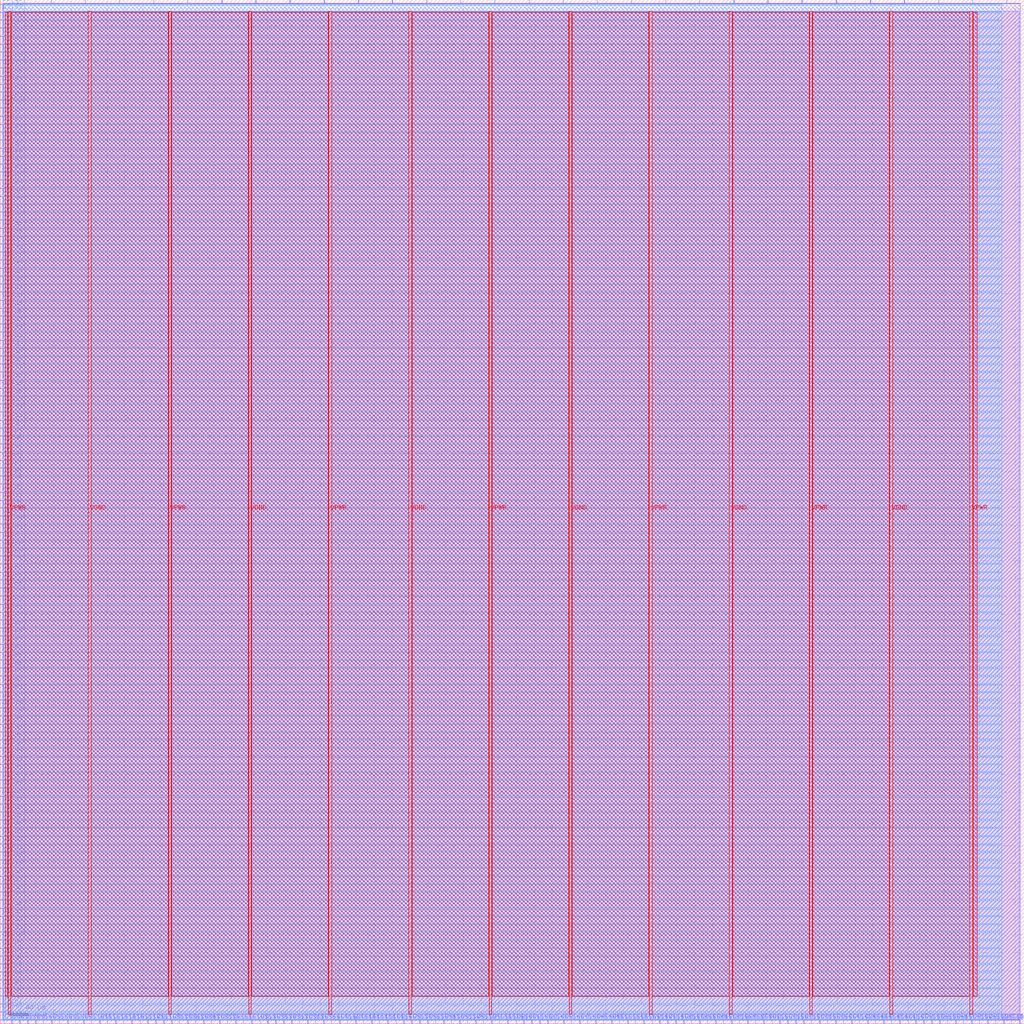
<source format=lef>
VERSION 5.7 ;
  NOWIREEXTENSIONATPIN ON ;
  DIVIDERCHAR "/" ;
  BUSBITCHARS "[]" ;
MACRO Microwatt_FP_DFFRFile
  CLASS BLOCK ;
  FOREIGN Microwatt_FP_DFFRFile ;
  ORIGIN 0.000 0.000 ;
  SIZE 1150.000 BY 1150.000 ;
  PIN CLK
    DIRECTION INPUT ;
    USE SIGNAL ;
    PORT
      LAYER met2 ;
        RECT 18.950 1146.000 19.230 1150.000 ;
    END
  END CLK
  PIN D1[0]
    DIRECTION OUTPUT TRISTATE ;
    USE SIGNAL ;
    PORT
      LAYER met3 ;
        RECT 0.000 4.120 4.000 4.720 ;
    END
  END D1[0]
  PIN D1[10]
    DIRECTION OUTPUT TRISTATE ;
    USE SIGNAL ;
    PORT
      LAYER met3 ;
        RECT 0.000 93.880 4.000 94.480 ;
    END
  END D1[10]
  PIN D1[11]
    DIRECTION OUTPUT TRISTATE ;
    USE SIGNAL ;
    PORT
      LAYER met3 ;
        RECT 0.000 102.720 4.000 103.320 ;
    END
  END D1[11]
  PIN D1[12]
    DIRECTION OUTPUT TRISTATE ;
    USE SIGNAL ;
    PORT
      LAYER met3 ;
        RECT 0.000 111.560 4.000 112.160 ;
    END
  END D1[12]
  PIN D1[13]
    DIRECTION OUTPUT TRISTATE ;
    USE SIGNAL ;
    PORT
      LAYER met3 ;
        RECT 0.000 120.400 4.000 121.000 ;
    END
  END D1[13]
  PIN D1[14]
    DIRECTION OUTPUT TRISTATE ;
    USE SIGNAL ;
    PORT
      LAYER met3 ;
        RECT 0.000 129.240 4.000 129.840 ;
    END
  END D1[14]
  PIN D1[15]
    DIRECTION OUTPUT TRISTATE ;
    USE SIGNAL ;
    PORT
      LAYER met3 ;
        RECT 0.000 138.760 4.000 139.360 ;
    END
  END D1[15]
  PIN D1[16]
    DIRECTION OUTPUT TRISTATE ;
    USE SIGNAL ;
    PORT
      LAYER met3 ;
        RECT 0.000 147.600 4.000 148.200 ;
    END
  END D1[16]
  PIN D1[17]
    DIRECTION OUTPUT TRISTATE ;
    USE SIGNAL ;
    PORT
      LAYER met3 ;
        RECT 0.000 156.440 4.000 157.040 ;
    END
  END D1[17]
  PIN D1[18]
    DIRECTION OUTPUT TRISTATE ;
    USE SIGNAL ;
    PORT
      LAYER met3 ;
        RECT 0.000 165.280 4.000 165.880 ;
    END
  END D1[18]
  PIN D1[19]
    DIRECTION OUTPUT TRISTATE ;
    USE SIGNAL ;
    PORT
      LAYER met3 ;
        RECT 0.000 174.800 4.000 175.400 ;
    END
  END D1[19]
  PIN D1[1]
    DIRECTION OUTPUT TRISTATE ;
    USE SIGNAL ;
    PORT
      LAYER met3 ;
        RECT 0.000 12.960 4.000 13.560 ;
    END
  END D1[1]
  PIN D1[20]
    DIRECTION OUTPUT TRISTATE ;
    USE SIGNAL ;
    PORT
      LAYER met3 ;
        RECT 0.000 183.640 4.000 184.240 ;
    END
  END D1[20]
  PIN D1[21]
    DIRECTION OUTPUT TRISTATE ;
    USE SIGNAL ;
    PORT
      LAYER met3 ;
        RECT 0.000 192.480 4.000 193.080 ;
    END
  END D1[21]
  PIN D1[22]
    DIRECTION OUTPUT TRISTATE ;
    USE SIGNAL ;
    PORT
      LAYER met3 ;
        RECT 0.000 201.320 4.000 201.920 ;
    END
  END D1[22]
  PIN D1[23]
    DIRECTION OUTPUT TRISTATE ;
    USE SIGNAL ;
    PORT
      LAYER met3 ;
        RECT 0.000 210.160 4.000 210.760 ;
    END
  END D1[23]
  PIN D1[24]
    DIRECTION OUTPUT TRISTATE ;
    USE SIGNAL ;
    PORT
      LAYER met3 ;
        RECT 0.000 219.680 4.000 220.280 ;
    END
  END D1[24]
  PIN D1[25]
    DIRECTION OUTPUT TRISTATE ;
    USE SIGNAL ;
    PORT
      LAYER met3 ;
        RECT 0.000 228.520 4.000 229.120 ;
    END
  END D1[25]
  PIN D1[26]
    DIRECTION OUTPUT TRISTATE ;
    USE SIGNAL ;
    PORT
      LAYER met3 ;
        RECT 0.000 237.360 4.000 237.960 ;
    END
  END D1[26]
  PIN D1[27]
    DIRECTION OUTPUT TRISTATE ;
    USE SIGNAL ;
    PORT
      LAYER met3 ;
        RECT 0.000 246.200 4.000 246.800 ;
    END
  END D1[27]
  PIN D1[28]
    DIRECTION OUTPUT TRISTATE ;
    USE SIGNAL ;
    PORT
      LAYER met3 ;
        RECT 0.000 255.040 4.000 255.640 ;
    END
  END D1[28]
  PIN D1[29]
    DIRECTION OUTPUT TRISTATE ;
    USE SIGNAL ;
    PORT
      LAYER met3 ;
        RECT 0.000 264.560 4.000 265.160 ;
    END
  END D1[29]
  PIN D1[2]
    DIRECTION OUTPUT TRISTATE ;
    USE SIGNAL ;
    PORT
      LAYER met3 ;
        RECT 0.000 21.800 4.000 22.400 ;
    END
  END D1[2]
  PIN D1[30]
    DIRECTION OUTPUT TRISTATE ;
    USE SIGNAL ;
    PORT
      LAYER met3 ;
        RECT 0.000 273.400 4.000 274.000 ;
    END
  END D1[30]
  PIN D1[31]
    DIRECTION OUTPUT TRISTATE ;
    USE SIGNAL ;
    PORT
      LAYER met3 ;
        RECT 0.000 282.240 4.000 282.840 ;
    END
  END D1[31]
  PIN D1[32]
    DIRECTION OUTPUT TRISTATE ;
    USE SIGNAL ;
    PORT
      LAYER met3 ;
        RECT 0.000 291.080 4.000 291.680 ;
    END
  END D1[32]
  PIN D1[33]
    DIRECTION OUTPUT TRISTATE ;
    USE SIGNAL ;
    PORT
      LAYER met3 ;
        RECT 0.000 299.920 4.000 300.520 ;
    END
  END D1[33]
  PIN D1[34]
    DIRECTION OUTPUT TRISTATE ;
    USE SIGNAL ;
    PORT
      LAYER met3 ;
        RECT 0.000 309.440 4.000 310.040 ;
    END
  END D1[34]
  PIN D1[35]
    DIRECTION OUTPUT TRISTATE ;
    USE SIGNAL ;
    PORT
      LAYER met3 ;
        RECT 0.000 318.280 4.000 318.880 ;
    END
  END D1[35]
  PIN D1[36]
    DIRECTION OUTPUT TRISTATE ;
    USE SIGNAL ;
    PORT
      LAYER met3 ;
        RECT 0.000 327.120 4.000 327.720 ;
    END
  END D1[36]
  PIN D1[37]
    DIRECTION OUTPUT TRISTATE ;
    USE SIGNAL ;
    PORT
      LAYER met3 ;
        RECT 0.000 335.960 4.000 336.560 ;
    END
  END D1[37]
  PIN D1[38]
    DIRECTION OUTPUT TRISTATE ;
    USE SIGNAL ;
    PORT
      LAYER met3 ;
        RECT 0.000 345.480 4.000 346.080 ;
    END
  END D1[38]
  PIN D1[39]
    DIRECTION OUTPUT TRISTATE ;
    USE SIGNAL ;
    PORT
      LAYER met3 ;
        RECT 0.000 354.320 4.000 354.920 ;
    END
  END D1[39]
  PIN D1[3]
    DIRECTION OUTPUT TRISTATE ;
    USE SIGNAL ;
    PORT
      LAYER met3 ;
        RECT 0.000 30.640 4.000 31.240 ;
    END
  END D1[3]
  PIN D1[40]
    DIRECTION OUTPUT TRISTATE ;
    USE SIGNAL ;
    PORT
      LAYER met3 ;
        RECT 0.000 363.160 4.000 363.760 ;
    END
  END D1[40]
  PIN D1[41]
    DIRECTION OUTPUT TRISTATE ;
    USE SIGNAL ;
    PORT
      LAYER met3 ;
        RECT 0.000 372.000 4.000 372.600 ;
    END
  END D1[41]
  PIN D1[42]
    DIRECTION OUTPUT TRISTATE ;
    USE SIGNAL ;
    PORT
      LAYER met3 ;
        RECT 0.000 380.840 4.000 381.440 ;
    END
  END D1[42]
  PIN D1[43]
    DIRECTION OUTPUT TRISTATE ;
    USE SIGNAL ;
    PORT
      LAYER met3 ;
        RECT 0.000 390.360 4.000 390.960 ;
    END
  END D1[43]
  PIN D1[44]
    DIRECTION OUTPUT TRISTATE ;
    USE SIGNAL ;
    PORT
      LAYER met3 ;
        RECT 0.000 399.200 4.000 399.800 ;
    END
  END D1[44]
  PIN D1[45]
    DIRECTION OUTPUT TRISTATE ;
    USE SIGNAL ;
    PORT
      LAYER met3 ;
        RECT 0.000 408.040 4.000 408.640 ;
    END
  END D1[45]
  PIN D1[46]
    DIRECTION OUTPUT TRISTATE ;
    USE SIGNAL ;
    PORT
      LAYER met3 ;
        RECT 0.000 416.880 4.000 417.480 ;
    END
  END D1[46]
  PIN D1[47]
    DIRECTION OUTPUT TRISTATE ;
    USE SIGNAL ;
    PORT
      LAYER met3 ;
        RECT 0.000 425.720 4.000 426.320 ;
    END
  END D1[47]
  PIN D1[48]
    DIRECTION OUTPUT TRISTATE ;
    USE SIGNAL ;
    PORT
      LAYER met3 ;
        RECT 0.000 435.240 4.000 435.840 ;
    END
  END D1[48]
  PIN D1[49]
    DIRECTION OUTPUT TRISTATE ;
    USE SIGNAL ;
    PORT
      LAYER met3 ;
        RECT 0.000 444.080 4.000 444.680 ;
    END
  END D1[49]
  PIN D1[4]
    DIRECTION OUTPUT TRISTATE ;
    USE SIGNAL ;
    PORT
      LAYER met3 ;
        RECT 0.000 39.480 4.000 40.080 ;
    END
  END D1[4]
  PIN D1[50]
    DIRECTION OUTPUT TRISTATE ;
    USE SIGNAL ;
    PORT
      LAYER met3 ;
        RECT 0.000 452.920 4.000 453.520 ;
    END
  END D1[50]
  PIN D1[51]
    DIRECTION OUTPUT TRISTATE ;
    USE SIGNAL ;
    PORT
      LAYER met3 ;
        RECT 0.000 461.760 4.000 462.360 ;
    END
  END D1[51]
  PIN D1[52]
    DIRECTION OUTPUT TRISTATE ;
    USE SIGNAL ;
    PORT
      LAYER met3 ;
        RECT 0.000 470.600 4.000 471.200 ;
    END
  END D1[52]
  PIN D1[53]
    DIRECTION OUTPUT TRISTATE ;
    USE SIGNAL ;
    PORT
      LAYER met3 ;
        RECT 0.000 480.120 4.000 480.720 ;
    END
  END D1[53]
  PIN D1[54]
    DIRECTION OUTPUT TRISTATE ;
    USE SIGNAL ;
    PORT
      LAYER met3 ;
        RECT 0.000 488.960 4.000 489.560 ;
    END
  END D1[54]
  PIN D1[55]
    DIRECTION OUTPUT TRISTATE ;
    USE SIGNAL ;
    PORT
      LAYER met3 ;
        RECT 0.000 497.800 4.000 498.400 ;
    END
  END D1[55]
  PIN D1[56]
    DIRECTION OUTPUT TRISTATE ;
    USE SIGNAL ;
    PORT
      LAYER met3 ;
        RECT 0.000 506.640 4.000 507.240 ;
    END
  END D1[56]
  PIN D1[57]
    DIRECTION OUTPUT TRISTATE ;
    USE SIGNAL ;
    PORT
      LAYER met3 ;
        RECT 0.000 516.160 4.000 516.760 ;
    END
  END D1[57]
  PIN D1[58]
    DIRECTION OUTPUT TRISTATE ;
    USE SIGNAL ;
    PORT
      LAYER met3 ;
        RECT 0.000 525.000 4.000 525.600 ;
    END
  END D1[58]
  PIN D1[59]
    DIRECTION OUTPUT TRISTATE ;
    USE SIGNAL ;
    PORT
      LAYER met3 ;
        RECT 0.000 533.840 4.000 534.440 ;
    END
  END D1[59]
  PIN D1[5]
    DIRECTION OUTPUT TRISTATE ;
    USE SIGNAL ;
    PORT
      LAYER met3 ;
        RECT 0.000 49.000 4.000 49.600 ;
    END
  END D1[5]
  PIN D1[60]
    DIRECTION OUTPUT TRISTATE ;
    USE SIGNAL ;
    PORT
      LAYER met3 ;
        RECT 0.000 542.680 4.000 543.280 ;
    END
  END D1[60]
  PIN D1[61]
    DIRECTION OUTPUT TRISTATE ;
    USE SIGNAL ;
    PORT
      LAYER met3 ;
        RECT 0.000 551.520 4.000 552.120 ;
    END
  END D1[61]
  PIN D1[62]
    DIRECTION OUTPUT TRISTATE ;
    USE SIGNAL ;
    PORT
      LAYER met3 ;
        RECT 0.000 561.040 4.000 561.640 ;
    END
  END D1[62]
  PIN D1[63]
    DIRECTION OUTPUT TRISTATE ;
    USE SIGNAL ;
    PORT
      LAYER met3 ;
        RECT 0.000 569.880 4.000 570.480 ;
    END
  END D1[63]
  PIN D1[6]
    DIRECTION OUTPUT TRISTATE ;
    USE SIGNAL ;
    PORT
      LAYER met3 ;
        RECT 0.000 57.840 4.000 58.440 ;
    END
  END D1[6]
  PIN D1[7]
    DIRECTION OUTPUT TRISTATE ;
    USE SIGNAL ;
    PORT
      LAYER met3 ;
        RECT 0.000 66.680 4.000 67.280 ;
    END
  END D1[7]
  PIN D1[8]
    DIRECTION OUTPUT TRISTATE ;
    USE SIGNAL ;
    PORT
      LAYER met3 ;
        RECT 0.000 75.520 4.000 76.120 ;
    END
  END D1[8]
  PIN D1[9]
    DIRECTION OUTPUT TRISTATE ;
    USE SIGNAL ;
    PORT
      LAYER met3 ;
        RECT 0.000 84.360 4.000 84.960 ;
    END
  END D1[9]
  PIN D2[0]
    DIRECTION OUTPUT TRISTATE ;
    USE SIGNAL ;
    PORT
      LAYER met3 ;
        RECT 0.000 578.720 4.000 579.320 ;
    END
  END D2[0]
  PIN D2[10]
    DIRECTION OUTPUT TRISTATE ;
    USE SIGNAL ;
    PORT
      LAYER met3 ;
        RECT 0.000 668.480 4.000 669.080 ;
    END
  END D2[10]
  PIN D2[11]
    DIRECTION OUTPUT TRISTATE ;
    USE SIGNAL ;
    PORT
      LAYER met3 ;
        RECT 0.000 677.320 4.000 677.920 ;
    END
  END D2[11]
  PIN D2[12]
    DIRECTION OUTPUT TRISTATE ;
    USE SIGNAL ;
    PORT
      LAYER met3 ;
        RECT 0.000 686.840 4.000 687.440 ;
    END
  END D2[12]
  PIN D2[13]
    DIRECTION OUTPUT TRISTATE ;
    USE SIGNAL ;
    PORT
      LAYER met3 ;
        RECT 0.000 695.680 4.000 696.280 ;
    END
  END D2[13]
  PIN D2[14]
    DIRECTION OUTPUT TRISTATE ;
    USE SIGNAL ;
    PORT
      LAYER met3 ;
        RECT 0.000 704.520 4.000 705.120 ;
    END
  END D2[14]
  PIN D2[15]
    DIRECTION OUTPUT TRISTATE ;
    USE SIGNAL ;
    PORT
      LAYER met3 ;
        RECT 0.000 713.360 4.000 713.960 ;
    END
  END D2[15]
  PIN D2[16]
    DIRECTION OUTPUT TRISTATE ;
    USE SIGNAL ;
    PORT
      LAYER met3 ;
        RECT 0.000 722.200 4.000 722.800 ;
    END
  END D2[16]
  PIN D2[17]
    DIRECTION OUTPUT TRISTATE ;
    USE SIGNAL ;
    PORT
      LAYER met3 ;
        RECT 0.000 731.720 4.000 732.320 ;
    END
  END D2[17]
  PIN D2[18]
    DIRECTION OUTPUT TRISTATE ;
    USE SIGNAL ;
    PORT
      LAYER met3 ;
        RECT 0.000 740.560 4.000 741.160 ;
    END
  END D2[18]
  PIN D2[19]
    DIRECTION OUTPUT TRISTATE ;
    USE SIGNAL ;
    PORT
      LAYER met3 ;
        RECT 0.000 749.400 4.000 750.000 ;
    END
  END D2[19]
  PIN D2[1]
    DIRECTION OUTPUT TRISTATE ;
    USE SIGNAL ;
    PORT
      LAYER met3 ;
        RECT 0.000 587.560 4.000 588.160 ;
    END
  END D2[1]
  PIN D2[20]
    DIRECTION OUTPUT TRISTATE ;
    USE SIGNAL ;
    PORT
      LAYER met3 ;
        RECT 0.000 758.240 4.000 758.840 ;
    END
  END D2[20]
  PIN D2[21]
    DIRECTION OUTPUT TRISTATE ;
    USE SIGNAL ;
    PORT
      LAYER met3 ;
        RECT 0.000 767.080 4.000 767.680 ;
    END
  END D2[21]
  PIN D2[22]
    DIRECTION OUTPUT TRISTATE ;
    USE SIGNAL ;
    PORT
      LAYER met3 ;
        RECT 0.000 776.600 4.000 777.200 ;
    END
  END D2[22]
  PIN D2[23]
    DIRECTION OUTPUT TRISTATE ;
    USE SIGNAL ;
    PORT
      LAYER met3 ;
        RECT 0.000 785.440 4.000 786.040 ;
    END
  END D2[23]
  PIN D2[24]
    DIRECTION OUTPUT TRISTATE ;
    USE SIGNAL ;
    PORT
      LAYER met3 ;
        RECT 0.000 794.280 4.000 794.880 ;
    END
  END D2[24]
  PIN D2[25]
    DIRECTION OUTPUT TRISTATE ;
    USE SIGNAL ;
    PORT
      LAYER met3 ;
        RECT 0.000 803.120 4.000 803.720 ;
    END
  END D2[25]
  PIN D2[26]
    DIRECTION OUTPUT TRISTATE ;
    USE SIGNAL ;
    PORT
      LAYER met3 ;
        RECT 0.000 811.960 4.000 812.560 ;
    END
  END D2[26]
  PIN D2[27]
    DIRECTION OUTPUT TRISTATE ;
    USE SIGNAL ;
    PORT
      LAYER met3 ;
        RECT 0.000 821.480 4.000 822.080 ;
    END
  END D2[27]
  PIN D2[28]
    DIRECTION OUTPUT TRISTATE ;
    USE SIGNAL ;
    PORT
      LAYER met3 ;
        RECT 0.000 830.320 4.000 830.920 ;
    END
  END D2[28]
  PIN D2[29]
    DIRECTION OUTPUT TRISTATE ;
    USE SIGNAL ;
    PORT
      LAYER met3 ;
        RECT 0.000 839.160 4.000 839.760 ;
    END
  END D2[29]
  PIN D2[2]
    DIRECTION OUTPUT TRISTATE ;
    USE SIGNAL ;
    PORT
      LAYER met3 ;
        RECT 0.000 596.400 4.000 597.000 ;
    END
  END D2[2]
  PIN D2[30]
    DIRECTION OUTPUT TRISTATE ;
    USE SIGNAL ;
    PORT
      LAYER met3 ;
        RECT 0.000 848.000 4.000 848.600 ;
    END
  END D2[30]
  PIN D2[31]
    DIRECTION OUTPUT TRISTATE ;
    USE SIGNAL ;
    PORT
      LAYER met3 ;
        RECT 0.000 857.520 4.000 858.120 ;
    END
  END D2[31]
  PIN D2[32]
    DIRECTION OUTPUT TRISTATE ;
    USE SIGNAL ;
    PORT
      LAYER met3 ;
        RECT 0.000 866.360 4.000 866.960 ;
    END
  END D2[32]
  PIN D2[33]
    DIRECTION OUTPUT TRISTATE ;
    USE SIGNAL ;
    PORT
      LAYER met3 ;
        RECT 0.000 875.200 4.000 875.800 ;
    END
  END D2[33]
  PIN D2[34]
    DIRECTION OUTPUT TRISTATE ;
    USE SIGNAL ;
    PORT
      LAYER met3 ;
        RECT 0.000 884.040 4.000 884.640 ;
    END
  END D2[34]
  PIN D2[35]
    DIRECTION OUTPUT TRISTATE ;
    USE SIGNAL ;
    PORT
      LAYER met3 ;
        RECT 0.000 892.880 4.000 893.480 ;
    END
  END D2[35]
  PIN D2[36]
    DIRECTION OUTPUT TRISTATE ;
    USE SIGNAL ;
    PORT
      LAYER met3 ;
        RECT 0.000 902.400 4.000 903.000 ;
    END
  END D2[36]
  PIN D2[37]
    DIRECTION OUTPUT TRISTATE ;
    USE SIGNAL ;
    PORT
      LAYER met3 ;
        RECT 0.000 911.240 4.000 911.840 ;
    END
  END D2[37]
  PIN D2[38]
    DIRECTION OUTPUT TRISTATE ;
    USE SIGNAL ;
    PORT
      LAYER met3 ;
        RECT 0.000 920.080 4.000 920.680 ;
    END
  END D2[38]
  PIN D2[39]
    DIRECTION OUTPUT TRISTATE ;
    USE SIGNAL ;
    PORT
      LAYER met3 ;
        RECT 0.000 928.920 4.000 929.520 ;
    END
  END D2[39]
  PIN D2[3]
    DIRECTION OUTPUT TRISTATE ;
    USE SIGNAL ;
    PORT
      LAYER met3 ;
        RECT 0.000 605.920 4.000 606.520 ;
    END
  END D2[3]
  PIN D2[40]
    DIRECTION OUTPUT TRISTATE ;
    USE SIGNAL ;
    PORT
      LAYER met3 ;
        RECT 0.000 937.760 4.000 938.360 ;
    END
  END D2[40]
  PIN D2[41]
    DIRECTION OUTPUT TRISTATE ;
    USE SIGNAL ;
    PORT
      LAYER met3 ;
        RECT 0.000 947.280 4.000 947.880 ;
    END
  END D2[41]
  PIN D2[42]
    DIRECTION OUTPUT TRISTATE ;
    USE SIGNAL ;
    PORT
      LAYER met3 ;
        RECT 0.000 956.120 4.000 956.720 ;
    END
  END D2[42]
  PIN D2[43]
    DIRECTION OUTPUT TRISTATE ;
    USE SIGNAL ;
    PORT
      LAYER met3 ;
        RECT 0.000 964.960 4.000 965.560 ;
    END
  END D2[43]
  PIN D2[44]
    DIRECTION OUTPUT TRISTATE ;
    USE SIGNAL ;
    PORT
      LAYER met3 ;
        RECT 0.000 973.800 4.000 974.400 ;
    END
  END D2[44]
  PIN D2[45]
    DIRECTION OUTPUT TRISTATE ;
    USE SIGNAL ;
    PORT
      LAYER met3 ;
        RECT 0.000 982.640 4.000 983.240 ;
    END
  END D2[45]
  PIN D2[46]
    DIRECTION OUTPUT TRISTATE ;
    USE SIGNAL ;
    PORT
      LAYER met3 ;
        RECT 0.000 992.160 4.000 992.760 ;
    END
  END D2[46]
  PIN D2[47]
    DIRECTION OUTPUT TRISTATE ;
    USE SIGNAL ;
    PORT
      LAYER met3 ;
        RECT 0.000 1001.000 4.000 1001.600 ;
    END
  END D2[47]
  PIN D2[48]
    DIRECTION OUTPUT TRISTATE ;
    USE SIGNAL ;
    PORT
      LAYER met3 ;
        RECT 0.000 1009.840 4.000 1010.440 ;
    END
  END D2[48]
  PIN D2[49]
    DIRECTION OUTPUT TRISTATE ;
    USE SIGNAL ;
    PORT
      LAYER met3 ;
        RECT 0.000 1018.680 4.000 1019.280 ;
    END
  END D2[49]
  PIN D2[4]
    DIRECTION OUTPUT TRISTATE ;
    USE SIGNAL ;
    PORT
      LAYER met3 ;
        RECT 0.000 614.760 4.000 615.360 ;
    END
  END D2[4]
  PIN D2[50]
    DIRECTION OUTPUT TRISTATE ;
    USE SIGNAL ;
    PORT
      LAYER met3 ;
        RECT 0.000 1028.200 4.000 1028.800 ;
    END
  END D2[50]
  PIN D2[51]
    DIRECTION OUTPUT TRISTATE ;
    USE SIGNAL ;
    PORT
      LAYER met3 ;
        RECT 0.000 1037.040 4.000 1037.640 ;
    END
  END D2[51]
  PIN D2[52]
    DIRECTION OUTPUT TRISTATE ;
    USE SIGNAL ;
    PORT
      LAYER met3 ;
        RECT 0.000 1045.880 4.000 1046.480 ;
    END
  END D2[52]
  PIN D2[53]
    DIRECTION OUTPUT TRISTATE ;
    USE SIGNAL ;
    PORT
      LAYER met3 ;
        RECT 0.000 1054.720 4.000 1055.320 ;
    END
  END D2[53]
  PIN D2[54]
    DIRECTION OUTPUT TRISTATE ;
    USE SIGNAL ;
    PORT
      LAYER met3 ;
        RECT 0.000 1063.560 4.000 1064.160 ;
    END
  END D2[54]
  PIN D2[55]
    DIRECTION OUTPUT TRISTATE ;
    USE SIGNAL ;
    PORT
      LAYER met3 ;
        RECT 0.000 1073.080 4.000 1073.680 ;
    END
  END D2[55]
  PIN D2[56]
    DIRECTION OUTPUT TRISTATE ;
    USE SIGNAL ;
    PORT
      LAYER met3 ;
        RECT 0.000 1081.920 4.000 1082.520 ;
    END
  END D2[56]
  PIN D2[57]
    DIRECTION OUTPUT TRISTATE ;
    USE SIGNAL ;
    PORT
      LAYER met3 ;
        RECT 0.000 1090.760 4.000 1091.360 ;
    END
  END D2[57]
  PIN D2[58]
    DIRECTION OUTPUT TRISTATE ;
    USE SIGNAL ;
    PORT
      LAYER met3 ;
        RECT 0.000 1099.600 4.000 1100.200 ;
    END
  END D2[58]
  PIN D2[59]
    DIRECTION OUTPUT TRISTATE ;
    USE SIGNAL ;
    PORT
      LAYER met3 ;
        RECT 0.000 1108.440 4.000 1109.040 ;
    END
  END D2[59]
  PIN D2[5]
    DIRECTION OUTPUT TRISTATE ;
    USE SIGNAL ;
    PORT
      LAYER met3 ;
        RECT 0.000 623.600 4.000 624.200 ;
    END
  END D2[5]
  PIN D2[60]
    DIRECTION OUTPUT TRISTATE ;
    USE SIGNAL ;
    PORT
      LAYER met3 ;
        RECT 0.000 1117.960 4.000 1118.560 ;
    END
  END D2[60]
  PIN D2[61]
    DIRECTION OUTPUT TRISTATE ;
    USE SIGNAL ;
    PORT
      LAYER met3 ;
        RECT 0.000 1126.800 4.000 1127.400 ;
    END
  END D2[61]
  PIN D2[62]
    DIRECTION OUTPUT TRISTATE ;
    USE SIGNAL ;
    PORT
      LAYER met3 ;
        RECT 0.000 1135.640 4.000 1136.240 ;
    END
  END D2[62]
  PIN D2[63]
    DIRECTION OUTPUT TRISTATE ;
    USE SIGNAL ;
    PORT
      LAYER met3 ;
        RECT 0.000 1144.480 4.000 1145.080 ;
    END
  END D2[63]
  PIN D2[6]
    DIRECTION OUTPUT TRISTATE ;
    USE SIGNAL ;
    PORT
      LAYER met3 ;
        RECT 0.000 632.440 4.000 633.040 ;
    END
  END D2[6]
  PIN D2[7]
    DIRECTION OUTPUT TRISTATE ;
    USE SIGNAL ;
    PORT
      LAYER met3 ;
        RECT 0.000 641.280 4.000 641.880 ;
    END
  END D2[7]
  PIN D2[8]
    DIRECTION OUTPUT TRISTATE ;
    USE SIGNAL ;
    PORT
      LAYER met3 ;
        RECT 0.000 650.800 4.000 651.400 ;
    END
  END D2[8]
  PIN D2[9]
    DIRECTION OUTPUT TRISTATE ;
    USE SIGNAL ;
    PORT
      LAYER met3 ;
        RECT 0.000 659.640 4.000 660.240 ;
    END
  END D2[9]
  PIN D3[0]
    DIRECTION OUTPUT TRISTATE ;
    USE SIGNAL ;
    PORT
      LAYER met2 ;
        RECT 4.230 0.000 4.510 4.000 ;
    END
  END D3[0]
  PIN D3[10]
    DIRECTION OUTPUT TRISTATE ;
    USE SIGNAL ;
    PORT
      LAYER met2 ;
        RECT 93.930 0.000 94.210 4.000 ;
    END
  END D3[10]
  PIN D3[11]
    DIRECTION OUTPUT TRISTATE ;
    USE SIGNAL ;
    PORT
      LAYER met2 ;
        RECT 102.670 0.000 102.950 4.000 ;
    END
  END D3[11]
  PIN D3[12]
    DIRECTION OUTPUT TRISTATE ;
    USE SIGNAL ;
    PORT
      LAYER met2 ;
        RECT 111.870 0.000 112.150 4.000 ;
    END
  END D3[12]
  PIN D3[13]
    DIRECTION OUTPUT TRISTATE ;
    USE SIGNAL ;
    PORT
      LAYER met2 ;
        RECT 120.610 0.000 120.890 4.000 ;
    END
  END D3[13]
  PIN D3[14]
    DIRECTION OUTPUT TRISTATE ;
    USE SIGNAL ;
    PORT
      LAYER met2 ;
        RECT 129.810 0.000 130.090 4.000 ;
    END
  END D3[14]
  PIN D3[15]
    DIRECTION OUTPUT TRISTATE ;
    USE SIGNAL ;
    PORT
      LAYER met2 ;
        RECT 138.550 0.000 138.830 4.000 ;
    END
  END D3[15]
  PIN D3[16]
    DIRECTION OUTPUT TRISTATE ;
    USE SIGNAL ;
    PORT
      LAYER met2 ;
        RECT 147.750 0.000 148.030 4.000 ;
    END
  END D3[16]
  PIN D3[17]
    DIRECTION OUTPUT TRISTATE ;
    USE SIGNAL ;
    PORT
      LAYER met2 ;
        RECT 156.950 0.000 157.230 4.000 ;
    END
  END D3[17]
  PIN D3[18]
    DIRECTION OUTPUT TRISTATE ;
    USE SIGNAL ;
    PORT
      LAYER met2 ;
        RECT 165.690 0.000 165.970 4.000 ;
    END
  END D3[18]
  PIN D3[19]
    DIRECTION OUTPUT TRISTATE ;
    USE SIGNAL ;
    PORT
      LAYER met2 ;
        RECT 174.890 0.000 175.170 4.000 ;
    END
  END D3[19]
  PIN D3[1]
    DIRECTION OUTPUT TRISTATE ;
    USE SIGNAL ;
    PORT
      LAYER met2 ;
        RECT 12.970 0.000 13.250 4.000 ;
    END
  END D3[1]
  PIN D3[20]
    DIRECTION OUTPUT TRISTATE ;
    USE SIGNAL ;
    PORT
      LAYER met2 ;
        RECT 183.630 0.000 183.910 4.000 ;
    END
  END D3[20]
  PIN D3[21]
    DIRECTION OUTPUT TRISTATE ;
    USE SIGNAL ;
    PORT
      LAYER met2 ;
        RECT 192.830 0.000 193.110 4.000 ;
    END
  END D3[21]
  PIN D3[22]
    DIRECTION OUTPUT TRISTATE ;
    USE SIGNAL ;
    PORT
      LAYER met2 ;
        RECT 201.570 0.000 201.850 4.000 ;
    END
  END D3[22]
  PIN D3[23]
    DIRECTION OUTPUT TRISTATE ;
    USE SIGNAL ;
    PORT
      LAYER met2 ;
        RECT 210.770 0.000 211.050 4.000 ;
    END
  END D3[23]
  PIN D3[24]
    DIRECTION OUTPUT TRISTATE ;
    USE SIGNAL ;
    PORT
      LAYER met2 ;
        RECT 219.510 0.000 219.790 4.000 ;
    END
  END D3[24]
  PIN D3[25]
    DIRECTION OUTPUT TRISTATE ;
    USE SIGNAL ;
    PORT
      LAYER met2 ;
        RECT 228.710 0.000 228.990 4.000 ;
    END
  END D3[25]
  PIN D3[26]
    DIRECTION OUTPUT TRISTATE ;
    USE SIGNAL ;
    PORT
      LAYER met2 ;
        RECT 237.450 0.000 237.730 4.000 ;
    END
  END D3[26]
  PIN D3[27]
    DIRECTION OUTPUT TRISTATE ;
    USE SIGNAL ;
    PORT
      LAYER met2 ;
        RECT 246.650 0.000 246.930 4.000 ;
    END
  END D3[27]
  PIN D3[28]
    DIRECTION OUTPUT TRISTATE ;
    USE SIGNAL ;
    PORT
      LAYER met2 ;
        RECT 255.390 0.000 255.670 4.000 ;
    END
  END D3[28]
  PIN D3[29]
    DIRECTION OUTPUT TRISTATE ;
    USE SIGNAL ;
    PORT
      LAYER met2 ;
        RECT 264.590 0.000 264.870 4.000 ;
    END
  END D3[29]
  PIN D3[2]
    DIRECTION OUTPUT TRISTATE ;
    USE SIGNAL ;
    PORT
      LAYER met2 ;
        RECT 22.170 0.000 22.450 4.000 ;
    END
  END D3[2]
  PIN D3[30]
    DIRECTION OUTPUT TRISTATE ;
    USE SIGNAL ;
    PORT
      LAYER met2 ;
        RECT 273.330 0.000 273.610 4.000 ;
    END
  END D3[30]
  PIN D3[31]
    DIRECTION OUTPUT TRISTATE ;
    USE SIGNAL ;
    PORT
      LAYER met2 ;
        RECT 282.530 0.000 282.810 4.000 ;
    END
  END D3[31]
  PIN D3[32]
    DIRECTION OUTPUT TRISTATE ;
    USE SIGNAL ;
    PORT
      LAYER met2 ;
        RECT 291.730 0.000 292.010 4.000 ;
    END
  END D3[32]
  PIN D3[33]
    DIRECTION OUTPUT TRISTATE ;
    USE SIGNAL ;
    PORT
      LAYER met2 ;
        RECT 300.470 0.000 300.750 4.000 ;
    END
  END D3[33]
  PIN D3[34]
    DIRECTION OUTPUT TRISTATE ;
    USE SIGNAL ;
    PORT
      LAYER met2 ;
        RECT 309.670 0.000 309.950 4.000 ;
    END
  END D3[34]
  PIN D3[35]
    DIRECTION OUTPUT TRISTATE ;
    USE SIGNAL ;
    PORT
      LAYER met2 ;
        RECT 318.410 0.000 318.690 4.000 ;
    END
  END D3[35]
  PIN D3[36]
    DIRECTION OUTPUT TRISTATE ;
    USE SIGNAL ;
    PORT
      LAYER met2 ;
        RECT 327.610 0.000 327.890 4.000 ;
    END
  END D3[36]
  PIN D3[37]
    DIRECTION OUTPUT TRISTATE ;
    USE SIGNAL ;
    PORT
      LAYER met2 ;
        RECT 336.350 0.000 336.630 4.000 ;
    END
  END D3[37]
  PIN D3[38]
    DIRECTION OUTPUT TRISTATE ;
    USE SIGNAL ;
    PORT
      LAYER met2 ;
        RECT 345.550 0.000 345.830 4.000 ;
    END
  END D3[38]
  PIN D3[39]
    DIRECTION OUTPUT TRISTATE ;
    USE SIGNAL ;
    PORT
      LAYER met2 ;
        RECT 354.290 0.000 354.570 4.000 ;
    END
  END D3[39]
  PIN D3[3]
    DIRECTION OUTPUT TRISTATE ;
    USE SIGNAL ;
    PORT
      LAYER met2 ;
        RECT 30.910 0.000 31.190 4.000 ;
    END
  END D3[3]
  PIN D3[40]
    DIRECTION OUTPUT TRISTATE ;
    USE SIGNAL ;
    PORT
      LAYER met2 ;
        RECT 363.490 0.000 363.770 4.000 ;
    END
  END D3[40]
  PIN D3[41]
    DIRECTION OUTPUT TRISTATE ;
    USE SIGNAL ;
    PORT
      LAYER met2 ;
        RECT 372.230 0.000 372.510 4.000 ;
    END
  END D3[41]
  PIN D3[42]
    DIRECTION OUTPUT TRISTATE ;
    USE SIGNAL ;
    PORT
      LAYER met2 ;
        RECT 381.430 0.000 381.710 4.000 ;
    END
  END D3[42]
  PIN D3[43]
    DIRECTION OUTPUT TRISTATE ;
    USE SIGNAL ;
    PORT
      LAYER met2 ;
        RECT 390.170 0.000 390.450 4.000 ;
    END
  END D3[43]
  PIN D3[44]
    DIRECTION OUTPUT TRISTATE ;
    USE SIGNAL ;
    PORT
      LAYER met2 ;
        RECT 399.370 0.000 399.650 4.000 ;
    END
  END D3[44]
  PIN D3[45]
    DIRECTION OUTPUT TRISTATE ;
    USE SIGNAL ;
    PORT
      LAYER met2 ;
        RECT 408.110 0.000 408.390 4.000 ;
    END
  END D3[45]
  PIN D3[46]
    DIRECTION OUTPUT TRISTATE ;
    USE SIGNAL ;
    PORT
      LAYER met2 ;
        RECT 417.310 0.000 417.590 4.000 ;
    END
  END D3[46]
  PIN D3[47]
    DIRECTION OUTPUT TRISTATE ;
    USE SIGNAL ;
    PORT
      LAYER met2 ;
        RECT 426.050 0.000 426.330 4.000 ;
    END
  END D3[47]
  PIN D3[48]
    DIRECTION OUTPUT TRISTATE ;
    USE SIGNAL ;
    PORT
      LAYER met2 ;
        RECT 435.250 0.000 435.530 4.000 ;
    END
  END D3[48]
  PIN D3[49]
    DIRECTION OUTPUT TRISTATE ;
    USE SIGNAL ;
    PORT
      LAYER met2 ;
        RECT 444.450 0.000 444.730 4.000 ;
    END
  END D3[49]
  PIN D3[4]
    DIRECTION OUTPUT TRISTATE ;
    USE SIGNAL ;
    PORT
      LAYER met2 ;
        RECT 40.110 0.000 40.390 4.000 ;
    END
  END D3[4]
  PIN D3[50]
    DIRECTION OUTPUT TRISTATE ;
    USE SIGNAL ;
    PORT
      LAYER met2 ;
        RECT 453.190 0.000 453.470 4.000 ;
    END
  END D3[50]
  PIN D3[51]
    DIRECTION OUTPUT TRISTATE ;
    USE SIGNAL ;
    PORT
      LAYER met2 ;
        RECT 462.390 0.000 462.670 4.000 ;
    END
  END D3[51]
  PIN D3[52]
    DIRECTION OUTPUT TRISTATE ;
    USE SIGNAL ;
    PORT
      LAYER met2 ;
        RECT 471.130 0.000 471.410 4.000 ;
    END
  END D3[52]
  PIN D3[53]
    DIRECTION OUTPUT TRISTATE ;
    USE SIGNAL ;
    PORT
      LAYER met2 ;
        RECT 480.330 0.000 480.610 4.000 ;
    END
  END D3[53]
  PIN D3[54]
    DIRECTION OUTPUT TRISTATE ;
    USE SIGNAL ;
    PORT
      LAYER met2 ;
        RECT 489.070 0.000 489.350 4.000 ;
    END
  END D3[54]
  PIN D3[55]
    DIRECTION OUTPUT TRISTATE ;
    USE SIGNAL ;
    PORT
      LAYER met2 ;
        RECT 498.270 0.000 498.550 4.000 ;
    END
  END D3[55]
  PIN D3[56]
    DIRECTION OUTPUT TRISTATE ;
    USE SIGNAL ;
    PORT
      LAYER met2 ;
        RECT 507.010 0.000 507.290 4.000 ;
    END
  END D3[56]
  PIN D3[57]
    DIRECTION OUTPUT TRISTATE ;
    USE SIGNAL ;
    PORT
      LAYER met2 ;
        RECT 516.210 0.000 516.490 4.000 ;
    END
  END D3[57]
  PIN D3[58]
    DIRECTION OUTPUT TRISTATE ;
    USE SIGNAL ;
    PORT
      LAYER met2 ;
        RECT 524.950 0.000 525.230 4.000 ;
    END
  END D3[58]
  PIN D3[59]
    DIRECTION OUTPUT TRISTATE ;
    USE SIGNAL ;
    PORT
      LAYER met2 ;
        RECT 534.150 0.000 534.430 4.000 ;
    END
  END D3[59]
  PIN D3[5]
    DIRECTION OUTPUT TRISTATE ;
    USE SIGNAL ;
    PORT
      LAYER met2 ;
        RECT 48.850 0.000 49.130 4.000 ;
    END
  END D3[5]
  PIN D3[60]
    DIRECTION OUTPUT TRISTATE ;
    USE SIGNAL ;
    PORT
      LAYER met2 ;
        RECT 542.890 0.000 543.170 4.000 ;
    END
  END D3[60]
  PIN D3[61]
    DIRECTION OUTPUT TRISTATE ;
    USE SIGNAL ;
    PORT
      LAYER met2 ;
        RECT 552.090 0.000 552.370 4.000 ;
    END
  END D3[61]
  PIN D3[62]
    DIRECTION OUTPUT TRISTATE ;
    USE SIGNAL ;
    PORT
      LAYER met2 ;
        RECT 560.830 0.000 561.110 4.000 ;
    END
  END D3[62]
  PIN D3[63]
    DIRECTION OUTPUT TRISTATE ;
    USE SIGNAL ;
    PORT
      LAYER met2 ;
        RECT 570.030 0.000 570.310 4.000 ;
    END
  END D3[63]
  PIN D3[6]
    DIRECTION OUTPUT TRISTATE ;
    USE SIGNAL ;
    PORT
      LAYER met2 ;
        RECT 58.050 0.000 58.330 4.000 ;
    END
  END D3[6]
  PIN D3[7]
    DIRECTION OUTPUT TRISTATE ;
    USE SIGNAL ;
    PORT
      LAYER met2 ;
        RECT 66.790 0.000 67.070 4.000 ;
    END
  END D3[7]
  PIN D3[8]
    DIRECTION OUTPUT TRISTATE ;
    USE SIGNAL ;
    PORT
      LAYER met2 ;
        RECT 75.990 0.000 76.270 4.000 ;
    END
  END D3[8]
  PIN D3[9]
    DIRECTION OUTPUT TRISTATE ;
    USE SIGNAL ;
    PORT
      LAYER met2 ;
        RECT 84.730 0.000 85.010 4.000 ;
    END
  END D3[9]
  PIN DW[0]
    DIRECTION INPUT ;
    USE SIGNAL ;
    PORT
      LAYER met2 ;
        RECT 579.230 0.000 579.510 4.000 ;
    END
  END DW[0]
  PIN DW[10]
    DIRECTION INPUT ;
    USE SIGNAL ;
    PORT
      LAYER met2 ;
        RECT 668.930 0.000 669.210 4.000 ;
    END
  END DW[10]
  PIN DW[11]
    DIRECTION INPUT ;
    USE SIGNAL ;
    PORT
      LAYER met2 ;
        RECT 677.670 0.000 677.950 4.000 ;
    END
  END DW[11]
  PIN DW[12]
    DIRECTION INPUT ;
    USE SIGNAL ;
    PORT
      LAYER met2 ;
        RECT 686.870 0.000 687.150 4.000 ;
    END
  END DW[12]
  PIN DW[13]
    DIRECTION INPUT ;
    USE SIGNAL ;
    PORT
      LAYER met2 ;
        RECT 695.610 0.000 695.890 4.000 ;
    END
  END DW[13]
  PIN DW[14]
    DIRECTION INPUT ;
    USE SIGNAL ;
    PORT
      LAYER met2 ;
        RECT 704.810 0.000 705.090 4.000 ;
    END
  END DW[14]
  PIN DW[15]
    DIRECTION INPUT ;
    USE SIGNAL ;
    PORT
      LAYER met2 ;
        RECT 713.550 0.000 713.830 4.000 ;
    END
  END DW[15]
  PIN DW[16]
    DIRECTION INPUT ;
    USE SIGNAL ;
    PORT
      LAYER met2 ;
        RECT 722.750 0.000 723.030 4.000 ;
    END
  END DW[16]
  PIN DW[17]
    DIRECTION INPUT ;
    USE SIGNAL ;
    PORT
      LAYER met2 ;
        RECT 731.950 0.000 732.230 4.000 ;
    END
  END DW[17]
  PIN DW[18]
    DIRECTION INPUT ;
    USE SIGNAL ;
    PORT
      LAYER met2 ;
        RECT 740.690 0.000 740.970 4.000 ;
    END
  END DW[18]
  PIN DW[19]
    DIRECTION INPUT ;
    USE SIGNAL ;
    PORT
      LAYER met2 ;
        RECT 749.890 0.000 750.170 4.000 ;
    END
  END DW[19]
  PIN DW[1]
    DIRECTION INPUT ;
    USE SIGNAL ;
    PORT
      LAYER met2 ;
        RECT 587.970 0.000 588.250 4.000 ;
    END
  END DW[1]
  PIN DW[20]
    DIRECTION INPUT ;
    USE SIGNAL ;
    PORT
      LAYER met2 ;
        RECT 758.630 0.000 758.910 4.000 ;
    END
  END DW[20]
  PIN DW[21]
    DIRECTION INPUT ;
    USE SIGNAL ;
    PORT
      LAYER met2 ;
        RECT 767.830 0.000 768.110 4.000 ;
    END
  END DW[21]
  PIN DW[22]
    DIRECTION INPUT ;
    USE SIGNAL ;
    PORT
      LAYER met2 ;
        RECT 776.570 0.000 776.850 4.000 ;
    END
  END DW[22]
  PIN DW[23]
    DIRECTION INPUT ;
    USE SIGNAL ;
    PORT
      LAYER met2 ;
        RECT 785.770 0.000 786.050 4.000 ;
    END
  END DW[23]
  PIN DW[24]
    DIRECTION INPUT ;
    USE SIGNAL ;
    PORT
      LAYER met2 ;
        RECT 794.510 0.000 794.790 4.000 ;
    END
  END DW[24]
  PIN DW[25]
    DIRECTION INPUT ;
    USE SIGNAL ;
    PORT
      LAYER met2 ;
        RECT 803.710 0.000 803.990 4.000 ;
    END
  END DW[25]
  PIN DW[26]
    DIRECTION INPUT ;
    USE SIGNAL ;
    PORT
      LAYER met2 ;
        RECT 812.450 0.000 812.730 4.000 ;
    END
  END DW[26]
  PIN DW[27]
    DIRECTION INPUT ;
    USE SIGNAL ;
    PORT
      LAYER met2 ;
        RECT 821.650 0.000 821.930 4.000 ;
    END
  END DW[27]
  PIN DW[28]
    DIRECTION INPUT ;
    USE SIGNAL ;
    PORT
      LAYER met2 ;
        RECT 830.390 0.000 830.670 4.000 ;
    END
  END DW[28]
  PIN DW[29]
    DIRECTION INPUT ;
    USE SIGNAL ;
    PORT
      LAYER met2 ;
        RECT 839.590 0.000 839.870 4.000 ;
    END
  END DW[29]
  PIN DW[2]
    DIRECTION INPUT ;
    USE SIGNAL ;
    PORT
      LAYER met2 ;
        RECT 597.170 0.000 597.450 4.000 ;
    END
  END DW[2]
  PIN DW[30]
    DIRECTION INPUT ;
    USE SIGNAL ;
    PORT
      LAYER met2 ;
        RECT 848.330 0.000 848.610 4.000 ;
    END
  END DW[30]
  PIN DW[31]
    DIRECTION INPUT ;
    USE SIGNAL ;
    PORT
      LAYER met2 ;
        RECT 857.530 0.000 857.810 4.000 ;
    END
  END DW[31]
  PIN DW[32]
    DIRECTION INPUT ;
    USE SIGNAL ;
    PORT
      LAYER met2 ;
        RECT 866.730 0.000 867.010 4.000 ;
    END
  END DW[32]
  PIN DW[33]
    DIRECTION INPUT ;
    USE SIGNAL ;
    PORT
      LAYER met2 ;
        RECT 875.470 0.000 875.750 4.000 ;
    END
  END DW[33]
  PIN DW[34]
    DIRECTION INPUT ;
    USE SIGNAL ;
    PORT
      LAYER met2 ;
        RECT 884.670 0.000 884.950 4.000 ;
    END
  END DW[34]
  PIN DW[35]
    DIRECTION INPUT ;
    USE SIGNAL ;
    PORT
      LAYER met2 ;
        RECT 893.410 0.000 893.690 4.000 ;
    END
  END DW[35]
  PIN DW[36]
    DIRECTION INPUT ;
    USE SIGNAL ;
    PORT
      LAYER met2 ;
        RECT 902.610 0.000 902.890 4.000 ;
    END
  END DW[36]
  PIN DW[37]
    DIRECTION INPUT ;
    USE SIGNAL ;
    PORT
      LAYER met2 ;
        RECT 911.350 0.000 911.630 4.000 ;
    END
  END DW[37]
  PIN DW[38]
    DIRECTION INPUT ;
    USE SIGNAL ;
    PORT
      LAYER met2 ;
        RECT 920.550 0.000 920.830 4.000 ;
    END
  END DW[38]
  PIN DW[39]
    DIRECTION INPUT ;
    USE SIGNAL ;
    PORT
      LAYER met2 ;
        RECT 929.290 0.000 929.570 4.000 ;
    END
  END DW[39]
  PIN DW[3]
    DIRECTION INPUT ;
    USE SIGNAL ;
    PORT
      LAYER met2 ;
        RECT 605.910 0.000 606.190 4.000 ;
    END
  END DW[3]
  PIN DW[40]
    DIRECTION INPUT ;
    USE SIGNAL ;
    PORT
      LAYER met2 ;
        RECT 938.490 0.000 938.770 4.000 ;
    END
  END DW[40]
  PIN DW[41]
    DIRECTION INPUT ;
    USE SIGNAL ;
    PORT
      LAYER met2 ;
        RECT 947.230 0.000 947.510 4.000 ;
    END
  END DW[41]
  PIN DW[42]
    DIRECTION INPUT ;
    USE SIGNAL ;
    PORT
      LAYER met2 ;
        RECT 956.430 0.000 956.710 4.000 ;
    END
  END DW[42]
  PIN DW[43]
    DIRECTION INPUT ;
    USE SIGNAL ;
    PORT
      LAYER met2 ;
        RECT 965.170 0.000 965.450 4.000 ;
    END
  END DW[43]
  PIN DW[44]
    DIRECTION INPUT ;
    USE SIGNAL ;
    PORT
      LAYER met2 ;
        RECT 974.370 0.000 974.650 4.000 ;
    END
  END DW[44]
  PIN DW[45]
    DIRECTION INPUT ;
    USE SIGNAL ;
    PORT
      LAYER met2 ;
        RECT 983.110 0.000 983.390 4.000 ;
    END
  END DW[45]
  PIN DW[46]
    DIRECTION INPUT ;
    USE SIGNAL ;
    PORT
      LAYER met2 ;
        RECT 992.310 0.000 992.590 4.000 ;
    END
  END DW[46]
  PIN DW[47]
    DIRECTION INPUT ;
    USE SIGNAL ;
    PORT
      LAYER met2 ;
        RECT 1001.050 0.000 1001.330 4.000 ;
    END
  END DW[47]
  PIN DW[48]
    DIRECTION INPUT ;
    USE SIGNAL ;
    PORT
      LAYER met2 ;
        RECT 1010.250 0.000 1010.530 4.000 ;
    END
  END DW[48]
  PIN DW[49]
    DIRECTION INPUT ;
    USE SIGNAL ;
    PORT
      LAYER met2 ;
        RECT 1019.450 0.000 1019.730 4.000 ;
    END
  END DW[49]
  PIN DW[4]
    DIRECTION INPUT ;
    USE SIGNAL ;
    PORT
      LAYER met2 ;
        RECT 615.110 0.000 615.390 4.000 ;
    END
  END DW[4]
  PIN DW[50]
    DIRECTION INPUT ;
    USE SIGNAL ;
    PORT
      LAYER met2 ;
        RECT 1028.190 0.000 1028.470 4.000 ;
    END
  END DW[50]
  PIN DW[51]
    DIRECTION INPUT ;
    USE SIGNAL ;
    PORT
      LAYER met2 ;
        RECT 1037.390 0.000 1037.670 4.000 ;
    END
  END DW[51]
  PIN DW[52]
    DIRECTION INPUT ;
    USE SIGNAL ;
    PORT
      LAYER met2 ;
        RECT 1046.130 0.000 1046.410 4.000 ;
    END
  END DW[52]
  PIN DW[53]
    DIRECTION INPUT ;
    USE SIGNAL ;
    PORT
      LAYER met2 ;
        RECT 1055.330 0.000 1055.610 4.000 ;
    END
  END DW[53]
  PIN DW[54]
    DIRECTION INPUT ;
    USE SIGNAL ;
    PORT
      LAYER met2 ;
        RECT 1064.070 0.000 1064.350 4.000 ;
    END
  END DW[54]
  PIN DW[55]
    DIRECTION INPUT ;
    USE SIGNAL ;
    PORT
      LAYER met2 ;
        RECT 1073.270 0.000 1073.550 4.000 ;
    END
  END DW[55]
  PIN DW[56]
    DIRECTION INPUT ;
    USE SIGNAL ;
    PORT
      LAYER met2 ;
        RECT 1082.010 0.000 1082.290 4.000 ;
    END
  END DW[56]
  PIN DW[57]
    DIRECTION INPUT ;
    USE SIGNAL ;
    PORT
      LAYER met2 ;
        RECT 1091.210 0.000 1091.490 4.000 ;
    END
  END DW[57]
  PIN DW[58]
    DIRECTION INPUT ;
    USE SIGNAL ;
    PORT
      LAYER met2 ;
        RECT 1099.950 0.000 1100.230 4.000 ;
    END
  END DW[58]
  PIN DW[59]
    DIRECTION INPUT ;
    USE SIGNAL ;
    PORT
      LAYER met2 ;
        RECT 1109.150 0.000 1109.430 4.000 ;
    END
  END DW[59]
  PIN DW[5]
    DIRECTION INPUT ;
    USE SIGNAL ;
    PORT
      LAYER met2 ;
        RECT 623.850 0.000 624.130 4.000 ;
    END
  END DW[5]
  PIN DW[60]
    DIRECTION INPUT ;
    USE SIGNAL ;
    PORT
      LAYER met2 ;
        RECT 1117.890 0.000 1118.170 4.000 ;
    END
  END DW[60]
  PIN DW[61]
    DIRECTION INPUT ;
    USE SIGNAL ;
    PORT
      LAYER met2 ;
        RECT 1127.090 0.000 1127.370 4.000 ;
    END
  END DW[61]
  PIN DW[62]
    DIRECTION INPUT ;
    USE SIGNAL ;
    PORT
      LAYER met2 ;
        RECT 1135.830 0.000 1136.110 4.000 ;
    END
  END DW[62]
  PIN DW[63]
    DIRECTION INPUT ;
    USE SIGNAL ;
    PORT
      LAYER met2 ;
        RECT 1145.030 0.000 1145.310 4.000 ;
    END
  END DW[63]
  PIN DW[6]
    DIRECTION INPUT ;
    USE SIGNAL ;
    PORT
      LAYER met2 ;
        RECT 633.050 0.000 633.330 4.000 ;
    END
  END DW[6]
  PIN DW[7]
    DIRECTION INPUT ;
    USE SIGNAL ;
    PORT
      LAYER met2 ;
        RECT 641.790 0.000 642.070 4.000 ;
    END
  END DW[7]
  PIN DW[8]
    DIRECTION INPUT ;
    USE SIGNAL ;
    PORT
      LAYER met2 ;
        RECT 650.990 0.000 651.270 4.000 ;
    END
  END DW[8]
  PIN DW[9]
    DIRECTION INPUT ;
    USE SIGNAL ;
    PORT
      LAYER met2 ;
        RECT 659.730 0.000 660.010 4.000 ;
    END
  END DW[9]
  PIN R1[0]
    DIRECTION INPUT ;
    USE SIGNAL ;
    PORT
      LAYER met2 ;
        RECT 95.310 1146.000 95.590 1150.000 ;
    END
  END R1[0]
  PIN R1[1]
    DIRECTION INPUT ;
    USE SIGNAL ;
    PORT
      LAYER met2 ;
        RECT 133.950 1146.000 134.230 1150.000 ;
    END
  END R1[1]
  PIN R1[2]
    DIRECTION INPUT ;
    USE SIGNAL ;
    PORT
      LAYER met2 ;
        RECT 172.130 1146.000 172.410 1150.000 ;
    END
  END R1[2]
  PIN R1[3]
    DIRECTION INPUT ;
    USE SIGNAL ;
    PORT
      LAYER met2 ;
        RECT 210.310 1146.000 210.590 1150.000 ;
    END
  END R1[3]
  PIN R1[4]
    DIRECTION INPUT ;
    USE SIGNAL ;
    PORT
      LAYER met2 ;
        RECT 248.950 1146.000 249.230 1150.000 ;
    END
  END R1[4]
  PIN R1[5]
    DIRECTION INPUT ;
    USE SIGNAL ;
    PORT
      LAYER met2 ;
        RECT 287.130 1146.000 287.410 1150.000 ;
    END
  END R1[5]
  PIN R1[6]
    DIRECTION INPUT ;
    USE SIGNAL ;
    PORT
      LAYER met2 ;
        RECT 325.310 1146.000 325.590 1150.000 ;
    END
  END R1[6]
  PIN R2[0]
    DIRECTION INPUT ;
    USE SIGNAL ;
    PORT
      LAYER met2 ;
        RECT 363.950 1146.000 364.230 1150.000 ;
    END
  END R2[0]
  PIN R2[1]
    DIRECTION INPUT ;
    USE SIGNAL ;
    PORT
      LAYER met2 ;
        RECT 402.130 1146.000 402.410 1150.000 ;
    END
  END R2[1]
  PIN R2[2]
    DIRECTION INPUT ;
    USE SIGNAL ;
    PORT
      LAYER met2 ;
        RECT 440.310 1146.000 440.590 1150.000 ;
    END
  END R2[2]
  PIN R2[3]
    DIRECTION INPUT ;
    USE SIGNAL ;
    PORT
      LAYER met2 ;
        RECT 478.950 1146.000 479.230 1150.000 ;
    END
  END R2[3]
  PIN R2[4]
    DIRECTION INPUT ;
    USE SIGNAL ;
    PORT
      LAYER met2 ;
        RECT 517.130 1146.000 517.410 1150.000 ;
    END
  END R2[4]
  PIN R2[5]
    DIRECTION INPUT ;
    USE SIGNAL ;
    PORT
      LAYER met2 ;
        RECT 555.310 1146.000 555.590 1150.000 ;
    END
  END R2[5]
  PIN R2[6]
    DIRECTION INPUT ;
    USE SIGNAL ;
    PORT
      LAYER met2 ;
        RECT 593.950 1146.000 594.230 1150.000 ;
    END
  END R2[6]
  PIN R3[0]
    DIRECTION INPUT ;
    USE SIGNAL ;
    PORT
      LAYER met2 ;
        RECT 632.130 1146.000 632.410 1150.000 ;
    END
  END R3[0]
  PIN R3[1]
    DIRECTION INPUT ;
    USE SIGNAL ;
    PORT
      LAYER met2 ;
        RECT 670.310 1146.000 670.590 1150.000 ;
    END
  END R3[1]
  PIN R3[2]
    DIRECTION INPUT ;
    USE SIGNAL ;
    PORT
      LAYER met2 ;
        RECT 708.950 1146.000 709.230 1150.000 ;
    END
  END R3[2]
  PIN R3[3]
    DIRECTION INPUT ;
    USE SIGNAL ;
    PORT
      LAYER met2 ;
        RECT 747.130 1146.000 747.410 1150.000 ;
    END
  END R3[3]
  PIN R3[4]
    DIRECTION INPUT ;
    USE SIGNAL ;
    PORT
      LAYER met2 ;
        RECT 785.310 1146.000 785.590 1150.000 ;
    END
  END R3[4]
  PIN R3[5]
    DIRECTION INPUT ;
    USE SIGNAL ;
    PORT
      LAYER met2 ;
        RECT 823.950 1146.000 824.230 1150.000 ;
    END
  END R3[5]
  PIN R3[6]
    DIRECTION INPUT ;
    USE SIGNAL ;
    PORT
      LAYER met2 ;
        RECT 862.130 1146.000 862.410 1150.000 ;
    END
  END R3[6]
  PIN RW[0]
    DIRECTION INPUT ;
    USE SIGNAL ;
    PORT
      LAYER met2 ;
        RECT 900.310 1146.000 900.590 1150.000 ;
    END
  END RW[0]
  PIN RW[1]
    DIRECTION INPUT ;
    USE SIGNAL ;
    PORT
      LAYER met2 ;
        RECT 938.950 1146.000 939.230 1150.000 ;
    END
  END RW[1]
  PIN RW[2]
    DIRECTION INPUT ;
    USE SIGNAL ;
    PORT
      LAYER met2 ;
        RECT 977.130 1146.000 977.410 1150.000 ;
    END
  END RW[2]
  PIN RW[3]
    DIRECTION INPUT ;
    USE SIGNAL ;
    PORT
      LAYER met2 ;
        RECT 1015.310 1146.000 1015.590 1150.000 ;
    END
  END RW[3]
  PIN RW[4]
    DIRECTION INPUT ;
    USE SIGNAL ;
    PORT
      LAYER met2 ;
        RECT 1053.950 1146.000 1054.230 1150.000 ;
    END
  END RW[4]
  PIN RW[5]
    DIRECTION INPUT ;
    USE SIGNAL ;
    PORT
      LAYER met2 ;
        RECT 1092.130 1146.000 1092.410 1150.000 ;
    END
  END RW[5]
  PIN RW[6]
    DIRECTION INPUT ;
    USE SIGNAL ;
    PORT
      LAYER met2 ;
        RECT 1130.310 1146.000 1130.590 1150.000 ;
    END
  END RW[6]
  PIN VGND
    DIRECTION INOUT ;
    USE GROUND ;
    PORT
      LAYER met4 ;
        RECT 98.970 10.640 102.070 1137.200 ;
    END
    PORT
      LAYER met4 ;
        RECT 278.970 10.640 282.070 1137.200 ;
    END
    PORT
      LAYER met4 ;
        RECT 458.970 10.640 462.070 1137.200 ;
    END
    PORT
      LAYER met4 ;
        RECT 638.970 10.640 642.070 1137.200 ;
    END
    PORT
      LAYER met4 ;
        RECT 818.970 10.640 822.070 1137.200 ;
    END
    PORT
      LAYER met4 ;
        RECT 998.970 10.640 1002.070 1137.200 ;
    END
  END VGND
  PIN VPWR
    DIRECTION INOUT ;
    USE POWER ;
    PORT
      LAYER met4 ;
        RECT 8.970 10.640 12.070 1137.200 ;
    END
    PORT
      LAYER met4 ;
        RECT 188.970 10.640 192.070 1137.200 ;
    END
    PORT
      LAYER met4 ;
        RECT 368.970 10.640 372.070 1137.200 ;
    END
    PORT
      LAYER met4 ;
        RECT 548.970 10.640 552.070 1137.200 ;
    END
    PORT
      LAYER met4 ;
        RECT 728.970 10.640 732.070 1137.200 ;
    END
    PORT
      LAYER met4 ;
        RECT 908.970 10.640 912.070 1137.200 ;
    END
    PORT
      LAYER met4 ;
        RECT 1088.970 10.640 1092.070 1137.200 ;
    END
  END VPWR
  PIN WE
    DIRECTION INPUT ;
    USE SIGNAL ;
    PORT
      LAYER met2 ;
        RECT 57.130 1146.000 57.410 1150.000 ;
    END
  END WE
  OBS
      LAYER li1 ;
        RECT 5.520 10.795 1144.480 1137.045 ;
      LAYER met1 ;
        RECT 2.830 5.140 1145.330 1137.200 ;
      LAYER met2 ;
        RECT 2.860 1145.720 18.670 1146.210 ;
        RECT 19.510 1145.720 56.850 1146.210 ;
        RECT 57.690 1145.720 95.030 1146.210 ;
        RECT 95.870 1145.720 133.670 1146.210 ;
        RECT 134.510 1145.720 171.850 1146.210 ;
        RECT 172.690 1145.720 210.030 1146.210 ;
        RECT 210.870 1145.720 248.670 1146.210 ;
        RECT 249.510 1145.720 286.850 1146.210 ;
        RECT 287.690 1145.720 325.030 1146.210 ;
        RECT 325.870 1145.720 363.670 1146.210 ;
        RECT 364.510 1145.720 401.850 1146.210 ;
        RECT 402.690 1145.720 440.030 1146.210 ;
        RECT 440.870 1145.720 478.670 1146.210 ;
        RECT 479.510 1145.720 516.850 1146.210 ;
        RECT 517.690 1145.720 555.030 1146.210 ;
        RECT 555.870 1145.720 593.670 1146.210 ;
        RECT 594.510 1145.720 631.850 1146.210 ;
        RECT 632.690 1145.720 670.030 1146.210 ;
        RECT 670.870 1145.720 708.670 1146.210 ;
        RECT 709.510 1145.720 746.850 1146.210 ;
        RECT 747.690 1145.720 785.030 1146.210 ;
        RECT 785.870 1145.720 823.670 1146.210 ;
        RECT 824.510 1145.720 861.850 1146.210 ;
        RECT 862.690 1145.720 900.030 1146.210 ;
        RECT 900.870 1145.720 938.670 1146.210 ;
        RECT 939.510 1145.720 976.850 1146.210 ;
        RECT 977.690 1145.720 1015.030 1146.210 ;
        RECT 1015.870 1145.720 1053.670 1146.210 ;
        RECT 1054.510 1145.720 1091.850 1146.210 ;
        RECT 1092.690 1145.720 1130.030 1146.210 ;
        RECT 1130.870 1145.720 1145.300 1146.210 ;
        RECT 2.860 4.280 1145.300 1145.720 ;
        RECT 2.860 3.670 3.950 4.280 ;
        RECT 4.790 3.670 12.690 4.280 ;
        RECT 13.530 3.670 21.890 4.280 ;
        RECT 22.730 3.670 30.630 4.280 ;
        RECT 31.470 3.670 39.830 4.280 ;
        RECT 40.670 3.670 48.570 4.280 ;
        RECT 49.410 3.670 57.770 4.280 ;
        RECT 58.610 3.670 66.510 4.280 ;
        RECT 67.350 3.670 75.710 4.280 ;
        RECT 76.550 3.670 84.450 4.280 ;
        RECT 85.290 3.670 93.650 4.280 ;
        RECT 94.490 3.670 102.390 4.280 ;
        RECT 103.230 3.670 111.590 4.280 ;
        RECT 112.430 3.670 120.330 4.280 ;
        RECT 121.170 3.670 129.530 4.280 ;
        RECT 130.370 3.670 138.270 4.280 ;
        RECT 139.110 3.670 147.470 4.280 ;
        RECT 148.310 3.670 156.670 4.280 ;
        RECT 157.510 3.670 165.410 4.280 ;
        RECT 166.250 3.670 174.610 4.280 ;
        RECT 175.450 3.670 183.350 4.280 ;
        RECT 184.190 3.670 192.550 4.280 ;
        RECT 193.390 3.670 201.290 4.280 ;
        RECT 202.130 3.670 210.490 4.280 ;
        RECT 211.330 3.670 219.230 4.280 ;
        RECT 220.070 3.670 228.430 4.280 ;
        RECT 229.270 3.670 237.170 4.280 ;
        RECT 238.010 3.670 246.370 4.280 ;
        RECT 247.210 3.670 255.110 4.280 ;
        RECT 255.950 3.670 264.310 4.280 ;
        RECT 265.150 3.670 273.050 4.280 ;
        RECT 273.890 3.670 282.250 4.280 ;
        RECT 283.090 3.670 291.450 4.280 ;
        RECT 292.290 3.670 300.190 4.280 ;
        RECT 301.030 3.670 309.390 4.280 ;
        RECT 310.230 3.670 318.130 4.280 ;
        RECT 318.970 3.670 327.330 4.280 ;
        RECT 328.170 3.670 336.070 4.280 ;
        RECT 336.910 3.670 345.270 4.280 ;
        RECT 346.110 3.670 354.010 4.280 ;
        RECT 354.850 3.670 363.210 4.280 ;
        RECT 364.050 3.670 371.950 4.280 ;
        RECT 372.790 3.670 381.150 4.280 ;
        RECT 381.990 3.670 389.890 4.280 ;
        RECT 390.730 3.670 399.090 4.280 ;
        RECT 399.930 3.670 407.830 4.280 ;
        RECT 408.670 3.670 417.030 4.280 ;
        RECT 417.870 3.670 425.770 4.280 ;
        RECT 426.610 3.670 434.970 4.280 ;
        RECT 435.810 3.670 444.170 4.280 ;
        RECT 445.010 3.670 452.910 4.280 ;
        RECT 453.750 3.670 462.110 4.280 ;
        RECT 462.950 3.670 470.850 4.280 ;
        RECT 471.690 3.670 480.050 4.280 ;
        RECT 480.890 3.670 488.790 4.280 ;
        RECT 489.630 3.670 497.990 4.280 ;
        RECT 498.830 3.670 506.730 4.280 ;
        RECT 507.570 3.670 515.930 4.280 ;
        RECT 516.770 3.670 524.670 4.280 ;
        RECT 525.510 3.670 533.870 4.280 ;
        RECT 534.710 3.670 542.610 4.280 ;
        RECT 543.450 3.670 551.810 4.280 ;
        RECT 552.650 3.670 560.550 4.280 ;
        RECT 561.390 3.670 569.750 4.280 ;
        RECT 570.590 3.670 578.950 4.280 ;
        RECT 579.790 3.670 587.690 4.280 ;
        RECT 588.530 3.670 596.890 4.280 ;
        RECT 597.730 3.670 605.630 4.280 ;
        RECT 606.470 3.670 614.830 4.280 ;
        RECT 615.670 3.670 623.570 4.280 ;
        RECT 624.410 3.670 632.770 4.280 ;
        RECT 633.610 3.670 641.510 4.280 ;
        RECT 642.350 3.670 650.710 4.280 ;
        RECT 651.550 3.670 659.450 4.280 ;
        RECT 660.290 3.670 668.650 4.280 ;
        RECT 669.490 3.670 677.390 4.280 ;
        RECT 678.230 3.670 686.590 4.280 ;
        RECT 687.430 3.670 695.330 4.280 ;
        RECT 696.170 3.670 704.530 4.280 ;
        RECT 705.370 3.670 713.270 4.280 ;
        RECT 714.110 3.670 722.470 4.280 ;
        RECT 723.310 3.670 731.670 4.280 ;
        RECT 732.510 3.670 740.410 4.280 ;
        RECT 741.250 3.670 749.610 4.280 ;
        RECT 750.450 3.670 758.350 4.280 ;
        RECT 759.190 3.670 767.550 4.280 ;
        RECT 768.390 3.670 776.290 4.280 ;
        RECT 777.130 3.670 785.490 4.280 ;
        RECT 786.330 3.670 794.230 4.280 ;
        RECT 795.070 3.670 803.430 4.280 ;
        RECT 804.270 3.670 812.170 4.280 ;
        RECT 813.010 3.670 821.370 4.280 ;
        RECT 822.210 3.670 830.110 4.280 ;
        RECT 830.950 3.670 839.310 4.280 ;
        RECT 840.150 3.670 848.050 4.280 ;
        RECT 848.890 3.670 857.250 4.280 ;
        RECT 858.090 3.670 866.450 4.280 ;
        RECT 867.290 3.670 875.190 4.280 ;
        RECT 876.030 3.670 884.390 4.280 ;
        RECT 885.230 3.670 893.130 4.280 ;
        RECT 893.970 3.670 902.330 4.280 ;
        RECT 903.170 3.670 911.070 4.280 ;
        RECT 911.910 3.670 920.270 4.280 ;
        RECT 921.110 3.670 929.010 4.280 ;
        RECT 929.850 3.670 938.210 4.280 ;
        RECT 939.050 3.670 946.950 4.280 ;
        RECT 947.790 3.670 956.150 4.280 ;
        RECT 956.990 3.670 964.890 4.280 ;
        RECT 965.730 3.670 974.090 4.280 ;
        RECT 974.930 3.670 982.830 4.280 ;
        RECT 983.670 3.670 992.030 4.280 ;
        RECT 992.870 3.670 1000.770 4.280 ;
        RECT 1001.610 3.670 1009.970 4.280 ;
        RECT 1010.810 3.670 1019.170 4.280 ;
        RECT 1020.010 3.670 1027.910 4.280 ;
        RECT 1028.750 3.670 1037.110 4.280 ;
        RECT 1037.950 3.670 1045.850 4.280 ;
        RECT 1046.690 3.670 1055.050 4.280 ;
        RECT 1055.890 3.670 1063.790 4.280 ;
        RECT 1064.630 3.670 1072.990 4.280 ;
        RECT 1073.830 3.670 1081.730 4.280 ;
        RECT 1082.570 3.670 1090.930 4.280 ;
        RECT 1091.770 3.670 1099.670 4.280 ;
        RECT 1100.510 3.670 1108.870 4.280 ;
        RECT 1109.710 3.670 1117.610 4.280 ;
        RECT 1118.450 3.670 1126.810 4.280 ;
        RECT 1127.650 3.670 1135.550 4.280 ;
        RECT 1136.390 3.670 1144.750 4.280 ;
      LAYER met3 ;
        RECT 4.400 1144.080 1124.635 1144.945 ;
        RECT 3.745 1136.640 1124.635 1144.080 ;
        RECT 4.400 1135.240 1124.635 1136.640 ;
        RECT 3.745 1127.800 1124.635 1135.240 ;
        RECT 4.400 1126.400 1124.635 1127.800 ;
        RECT 3.745 1118.960 1124.635 1126.400 ;
        RECT 4.400 1117.560 1124.635 1118.960 ;
        RECT 3.745 1109.440 1124.635 1117.560 ;
        RECT 4.400 1108.040 1124.635 1109.440 ;
        RECT 3.745 1100.600 1124.635 1108.040 ;
        RECT 4.400 1099.200 1124.635 1100.600 ;
        RECT 3.745 1091.760 1124.635 1099.200 ;
        RECT 4.400 1090.360 1124.635 1091.760 ;
        RECT 3.745 1082.920 1124.635 1090.360 ;
        RECT 4.400 1081.520 1124.635 1082.920 ;
        RECT 3.745 1074.080 1124.635 1081.520 ;
        RECT 4.400 1072.680 1124.635 1074.080 ;
        RECT 3.745 1064.560 1124.635 1072.680 ;
        RECT 4.400 1063.160 1124.635 1064.560 ;
        RECT 3.745 1055.720 1124.635 1063.160 ;
        RECT 4.400 1054.320 1124.635 1055.720 ;
        RECT 3.745 1046.880 1124.635 1054.320 ;
        RECT 4.400 1045.480 1124.635 1046.880 ;
        RECT 3.745 1038.040 1124.635 1045.480 ;
        RECT 4.400 1036.640 1124.635 1038.040 ;
        RECT 3.745 1029.200 1124.635 1036.640 ;
        RECT 4.400 1027.800 1124.635 1029.200 ;
        RECT 3.745 1019.680 1124.635 1027.800 ;
        RECT 4.400 1018.280 1124.635 1019.680 ;
        RECT 3.745 1010.840 1124.635 1018.280 ;
        RECT 4.400 1009.440 1124.635 1010.840 ;
        RECT 3.745 1002.000 1124.635 1009.440 ;
        RECT 4.400 1000.600 1124.635 1002.000 ;
        RECT 3.745 993.160 1124.635 1000.600 ;
        RECT 4.400 991.760 1124.635 993.160 ;
        RECT 3.745 983.640 1124.635 991.760 ;
        RECT 4.400 982.240 1124.635 983.640 ;
        RECT 3.745 974.800 1124.635 982.240 ;
        RECT 4.400 973.400 1124.635 974.800 ;
        RECT 3.745 965.960 1124.635 973.400 ;
        RECT 4.400 964.560 1124.635 965.960 ;
        RECT 3.745 957.120 1124.635 964.560 ;
        RECT 4.400 955.720 1124.635 957.120 ;
        RECT 3.745 948.280 1124.635 955.720 ;
        RECT 4.400 946.880 1124.635 948.280 ;
        RECT 3.745 938.760 1124.635 946.880 ;
        RECT 4.400 937.360 1124.635 938.760 ;
        RECT 3.745 929.920 1124.635 937.360 ;
        RECT 4.400 928.520 1124.635 929.920 ;
        RECT 3.745 921.080 1124.635 928.520 ;
        RECT 4.400 919.680 1124.635 921.080 ;
        RECT 3.745 912.240 1124.635 919.680 ;
        RECT 4.400 910.840 1124.635 912.240 ;
        RECT 3.745 903.400 1124.635 910.840 ;
        RECT 4.400 902.000 1124.635 903.400 ;
        RECT 3.745 893.880 1124.635 902.000 ;
        RECT 4.400 892.480 1124.635 893.880 ;
        RECT 3.745 885.040 1124.635 892.480 ;
        RECT 4.400 883.640 1124.635 885.040 ;
        RECT 3.745 876.200 1124.635 883.640 ;
        RECT 4.400 874.800 1124.635 876.200 ;
        RECT 3.745 867.360 1124.635 874.800 ;
        RECT 4.400 865.960 1124.635 867.360 ;
        RECT 3.745 858.520 1124.635 865.960 ;
        RECT 4.400 857.120 1124.635 858.520 ;
        RECT 3.745 849.000 1124.635 857.120 ;
        RECT 4.400 847.600 1124.635 849.000 ;
        RECT 3.745 840.160 1124.635 847.600 ;
        RECT 4.400 838.760 1124.635 840.160 ;
        RECT 3.745 831.320 1124.635 838.760 ;
        RECT 4.400 829.920 1124.635 831.320 ;
        RECT 3.745 822.480 1124.635 829.920 ;
        RECT 4.400 821.080 1124.635 822.480 ;
        RECT 3.745 812.960 1124.635 821.080 ;
        RECT 4.400 811.560 1124.635 812.960 ;
        RECT 3.745 804.120 1124.635 811.560 ;
        RECT 4.400 802.720 1124.635 804.120 ;
        RECT 3.745 795.280 1124.635 802.720 ;
        RECT 4.400 793.880 1124.635 795.280 ;
        RECT 3.745 786.440 1124.635 793.880 ;
        RECT 4.400 785.040 1124.635 786.440 ;
        RECT 3.745 777.600 1124.635 785.040 ;
        RECT 4.400 776.200 1124.635 777.600 ;
        RECT 3.745 768.080 1124.635 776.200 ;
        RECT 4.400 766.680 1124.635 768.080 ;
        RECT 3.745 759.240 1124.635 766.680 ;
        RECT 4.400 757.840 1124.635 759.240 ;
        RECT 3.745 750.400 1124.635 757.840 ;
        RECT 4.400 749.000 1124.635 750.400 ;
        RECT 3.745 741.560 1124.635 749.000 ;
        RECT 4.400 740.160 1124.635 741.560 ;
        RECT 3.745 732.720 1124.635 740.160 ;
        RECT 4.400 731.320 1124.635 732.720 ;
        RECT 3.745 723.200 1124.635 731.320 ;
        RECT 4.400 721.800 1124.635 723.200 ;
        RECT 3.745 714.360 1124.635 721.800 ;
        RECT 4.400 712.960 1124.635 714.360 ;
        RECT 3.745 705.520 1124.635 712.960 ;
        RECT 4.400 704.120 1124.635 705.520 ;
        RECT 3.745 696.680 1124.635 704.120 ;
        RECT 4.400 695.280 1124.635 696.680 ;
        RECT 3.745 687.840 1124.635 695.280 ;
        RECT 4.400 686.440 1124.635 687.840 ;
        RECT 3.745 678.320 1124.635 686.440 ;
        RECT 4.400 676.920 1124.635 678.320 ;
        RECT 3.745 669.480 1124.635 676.920 ;
        RECT 4.400 668.080 1124.635 669.480 ;
        RECT 3.745 660.640 1124.635 668.080 ;
        RECT 4.400 659.240 1124.635 660.640 ;
        RECT 3.745 651.800 1124.635 659.240 ;
        RECT 4.400 650.400 1124.635 651.800 ;
        RECT 3.745 642.280 1124.635 650.400 ;
        RECT 4.400 640.880 1124.635 642.280 ;
        RECT 3.745 633.440 1124.635 640.880 ;
        RECT 4.400 632.040 1124.635 633.440 ;
        RECT 3.745 624.600 1124.635 632.040 ;
        RECT 4.400 623.200 1124.635 624.600 ;
        RECT 3.745 615.760 1124.635 623.200 ;
        RECT 4.400 614.360 1124.635 615.760 ;
        RECT 3.745 606.920 1124.635 614.360 ;
        RECT 4.400 605.520 1124.635 606.920 ;
        RECT 3.745 597.400 1124.635 605.520 ;
        RECT 4.400 596.000 1124.635 597.400 ;
        RECT 3.745 588.560 1124.635 596.000 ;
        RECT 4.400 587.160 1124.635 588.560 ;
        RECT 3.745 579.720 1124.635 587.160 ;
        RECT 4.400 578.320 1124.635 579.720 ;
        RECT 3.745 570.880 1124.635 578.320 ;
        RECT 4.400 569.480 1124.635 570.880 ;
        RECT 3.745 562.040 1124.635 569.480 ;
        RECT 4.400 560.640 1124.635 562.040 ;
        RECT 3.745 552.520 1124.635 560.640 ;
        RECT 4.400 551.120 1124.635 552.520 ;
        RECT 3.745 543.680 1124.635 551.120 ;
        RECT 4.400 542.280 1124.635 543.680 ;
        RECT 3.745 534.840 1124.635 542.280 ;
        RECT 4.400 533.440 1124.635 534.840 ;
        RECT 3.745 526.000 1124.635 533.440 ;
        RECT 4.400 524.600 1124.635 526.000 ;
        RECT 3.745 517.160 1124.635 524.600 ;
        RECT 4.400 515.760 1124.635 517.160 ;
        RECT 3.745 507.640 1124.635 515.760 ;
        RECT 4.400 506.240 1124.635 507.640 ;
        RECT 3.745 498.800 1124.635 506.240 ;
        RECT 4.400 497.400 1124.635 498.800 ;
        RECT 3.745 489.960 1124.635 497.400 ;
        RECT 4.400 488.560 1124.635 489.960 ;
        RECT 3.745 481.120 1124.635 488.560 ;
        RECT 4.400 479.720 1124.635 481.120 ;
        RECT 3.745 471.600 1124.635 479.720 ;
        RECT 4.400 470.200 1124.635 471.600 ;
        RECT 3.745 462.760 1124.635 470.200 ;
        RECT 4.400 461.360 1124.635 462.760 ;
        RECT 3.745 453.920 1124.635 461.360 ;
        RECT 4.400 452.520 1124.635 453.920 ;
        RECT 3.745 445.080 1124.635 452.520 ;
        RECT 4.400 443.680 1124.635 445.080 ;
        RECT 3.745 436.240 1124.635 443.680 ;
        RECT 4.400 434.840 1124.635 436.240 ;
        RECT 3.745 426.720 1124.635 434.840 ;
        RECT 4.400 425.320 1124.635 426.720 ;
        RECT 3.745 417.880 1124.635 425.320 ;
        RECT 4.400 416.480 1124.635 417.880 ;
        RECT 3.745 409.040 1124.635 416.480 ;
        RECT 4.400 407.640 1124.635 409.040 ;
        RECT 3.745 400.200 1124.635 407.640 ;
        RECT 4.400 398.800 1124.635 400.200 ;
        RECT 3.745 391.360 1124.635 398.800 ;
        RECT 4.400 389.960 1124.635 391.360 ;
        RECT 3.745 381.840 1124.635 389.960 ;
        RECT 4.400 380.440 1124.635 381.840 ;
        RECT 3.745 373.000 1124.635 380.440 ;
        RECT 4.400 371.600 1124.635 373.000 ;
        RECT 3.745 364.160 1124.635 371.600 ;
        RECT 4.400 362.760 1124.635 364.160 ;
        RECT 3.745 355.320 1124.635 362.760 ;
        RECT 4.400 353.920 1124.635 355.320 ;
        RECT 3.745 346.480 1124.635 353.920 ;
        RECT 4.400 345.080 1124.635 346.480 ;
        RECT 3.745 336.960 1124.635 345.080 ;
        RECT 4.400 335.560 1124.635 336.960 ;
        RECT 3.745 328.120 1124.635 335.560 ;
        RECT 4.400 326.720 1124.635 328.120 ;
        RECT 3.745 319.280 1124.635 326.720 ;
        RECT 4.400 317.880 1124.635 319.280 ;
        RECT 3.745 310.440 1124.635 317.880 ;
        RECT 4.400 309.040 1124.635 310.440 ;
        RECT 3.745 300.920 1124.635 309.040 ;
        RECT 4.400 299.520 1124.635 300.920 ;
        RECT 3.745 292.080 1124.635 299.520 ;
        RECT 4.400 290.680 1124.635 292.080 ;
        RECT 3.745 283.240 1124.635 290.680 ;
        RECT 4.400 281.840 1124.635 283.240 ;
        RECT 3.745 274.400 1124.635 281.840 ;
        RECT 4.400 273.000 1124.635 274.400 ;
        RECT 3.745 265.560 1124.635 273.000 ;
        RECT 4.400 264.160 1124.635 265.560 ;
        RECT 3.745 256.040 1124.635 264.160 ;
        RECT 4.400 254.640 1124.635 256.040 ;
        RECT 3.745 247.200 1124.635 254.640 ;
        RECT 4.400 245.800 1124.635 247.200 ;
        RECT 3.745 238.360 1124.635 245.800 ;
        RECT 4.400 236.960 1124.635 238.360 ;
        RECT 3.745 229.520 1124.635 236.960 ;
        RECT 4.400 228.120 1124.635 229.520 ;
        RECT 3.745 220.680 1124.635 228.120 ;
        RECT 4.400 219.280 1124.635 220.680 ;
        RECT 3.745 211.160 1124.635 219.280 ;
        RECT 4.400 209.760 1124.635 211.160 ;
        RECT 3.745 202.320 1124.635 209.760 ;
        RECT 4.400 200.920 1124.635 202.320 ;
        RECT 3.745 193.480 1124.635 200.920 ;
        RECT 4.400 192.080 1124.635 193.480 ;
        RECT 3.745 184.640 1124.635 192.080 ;
        RECT 4.400 183.240 1124.635 184.640 ;
        RECT 3.745 175.800 1124.635 183.240 ;
        RECT 4.400 174.400 1124.635 175.800 ;
        RECT 3.745 166.280 1124.635 174.400 ;
        RECT 4.400 164.880 1124.635 166.280 ;
        RECT 3.745 157.440 1124.635 164.880 ;
        RECT 4.400 156.040 1124.635 157.440 ;
        RECT 3.745 148.600 1124.635 156.040 ;
        RECT 4.400 147.200 1124.635 148.600 ;
        RECT 3.745 139.760 1124.635 147.200 ;
        RECT 4.400 138.360 1124.635 139.760 ;
        RECT 3.745 130.240 1124.635 138.360 ;
        RECT 4.400 128.840 1124.635 130.240 ;
        RECT 3.745 121.400 1124.635 128.840 ;
        RECT 4.400 120.000 1124.635 121.400 ;
        RECT 3.745 112.560 1124.635 120.000 ;
        RECT 4.400 111.160 1124.635 112.560 ;
        RECT 3.745 103.720 1124.635 111.160 ;
        RECT 4.400 102.320 1124.635 103.720 ;
        RECT 3.745 94.880 1124.635 102.320 ;
        RECT 4.400 93.480 1124.635 94.880 ;
        RECT 3.745 85.360 1124.635 93.480 ;
        RECT 4.400 83.960 1124.635 85.360 ;
        RECT 3.745 76.520 1124.635 83.960 ;
        RECT 4.400 75.120 1124.635 76.520 ;
        RECT 3.745 67.680 1124.635 75.120 ;
        RECT 4.400 66.280 1124.635 67.680 ;
        RECT 3.745 58.840 1124.635 66.280 ;
        RECT 4.400 57.440 1124.635 58.840 ;
        RECT 3.745 50.000 1124.635 57.440 ;
        RECT 4.400 48.600 1124.635 50.000 ;
        RECT 3.745 40.480 1124.635 48.600 ;
        RECT 4.400 39.080 1124.635 40.480 ;
        RECT 3.745 31.640 1124.635 39.080 ;
        RECT 4.400 30.240 1124.635 31.640 ;
        RECT 3.745 22.800 1124.635 30.240 ;
        RECT 4.400 21.400 1124.635 22.800 ;
        RECT 3.745 13.960 1124.635 21.400 ;
        RECT 4.400 12.560 1124.635 13.960 ;
        RECT 3.745 5.120 1124.635 12.560 ;
        RECT 4.400 4.255 1124.635 5.120 ;
      LAYER met4 ;
        RECT 5.815 30.775 8.570 1136.105 ;
        RECT 12.470 30.775 98.570 1136.105 ;
        RECT 102.470 30.775 188.570 1136.105 ;
        RECT 192.470 30.775 278.570 1136.105 ;
        RECT 282.470 30.775 368.570 1136.105 ;
        RECT 372.470 30.775 458.570 1136.105 ;
        RECT 462.470 30.775 548.570 1136.105 ;
        RECT 552.470 30.775 638.570 1136.105 ;
        RECT 642.470 30.775 728.570 1136.105 ;
        RECT 732.470 30.775 818.570 1136.105 ;
        RECT 822.470 30.775 908.570 1136.105 ;
        RECT 912.470 30.775 998.570 1136.105 ;
        RECT 1002.470 30.775 1088.570 1136.105 ;
        RECT 1092.470 30.775 1097.265 1136.105 ;
  END
END Microwatt_FP_DFFRFile
END LIBRARY


</source>
